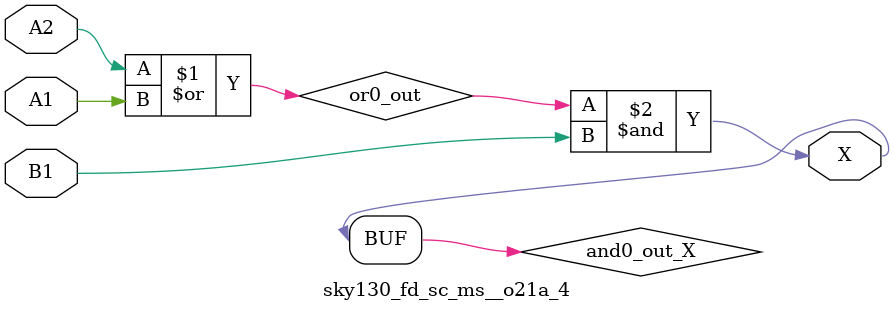
<source format=v>
/*
 * Copyright 2020 The SkyWater PDK Authors
 *
 * Licensed under the Apache License, Version 2.0 (the "License");
 * you may not use this file except in compliance with the License.
 * You may obtain a copy of the License at
 *
 *     https://www.apache.org/licenses/LICENSE-2.0
 *
 * Unless required by applicable law or agreed to in writing, software
 * distributed under the License is distributed on an "AS IS" BASIS,
 * WITHOUT WARRANTIES OR CONDITIONS OF ANY KIND, either express or implied.
 * See the License for the specific language governing permissions and
 * limitations under the License.
 *
 * SPDX-License-Identifier: Apache-2.0
*/


`ifndef SKY130_FD_SC_MS__O21A_4_FUNCTIONAL_V
`define SKY130_FD_SC_MS__O21A_4_FUNCTIONAL_V

/**
 * o21a: 2-input OR into first input of 2-input AND.
 *
 *       X = ((A1 | A2) & B1)
 *
 * Verilog simulation functional model.
 */

`timescale 1ns / 1ps
`default_nettype none

`celldefine
module sky130_fd_sc_ms__o21a_4 (
    X ,
    A1,
    A2,
    B1
);

    // Module ports
    output X ;
    input  A1;
    input  A2;
    input  B1;

    // Local signals
    wire or0_out   ;
    wire and0_out_X;

    //  Name  Output      Other arguments
    or  or0  (or0_out   , A2, A1         );
    and and0 (and0_out_X, or0_out, B1    );
    buf buf0 (X         , and0_out_X     );

endmodule
`endcelldefine

`default_nettype wire
`endif  // SKY130_FD_SC_MS__O21A_4_FUNCTIONAL_V

</source>
